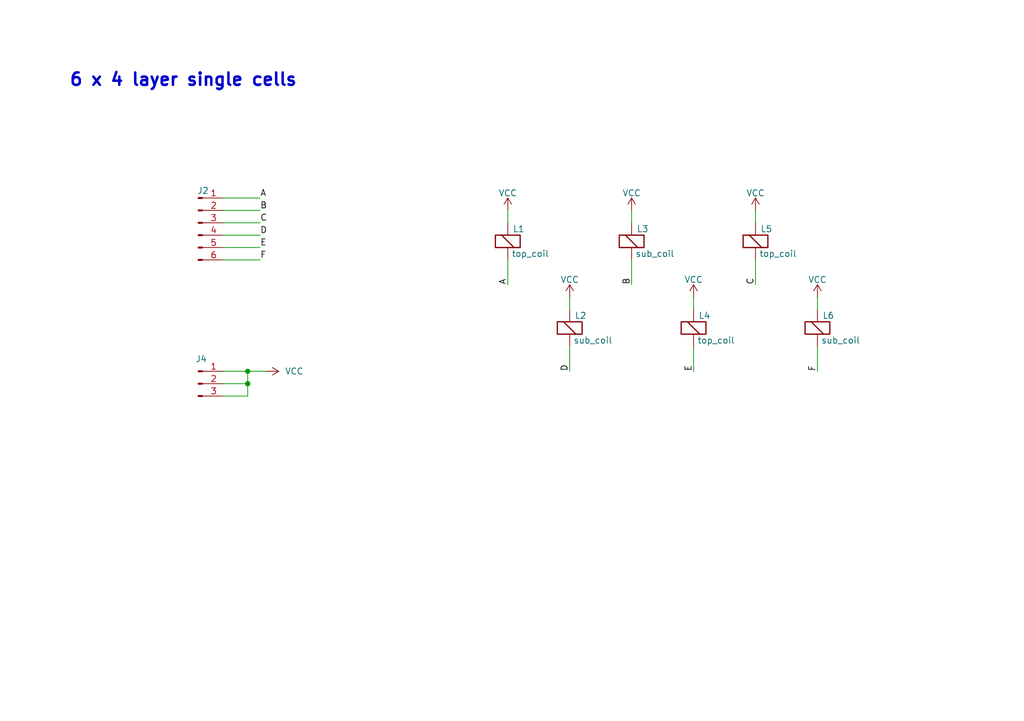
<source format=kicad_sch>
(kicad_sch (version 20231120) (generator "eeschema") (generator_version "8.0")
  (paper "A5")
  (title_block (title "Layered") (date "2024-07-04") (rev "0.1") (comment 1 "Jonas Stirnemann"))
  (lib_symbols
    (symbol "Connector:Conn_01x03_Pin" (pin_names (offset 1.016) hide)
      (property "Reference" "J" (at 0 5.08 0))
      (property "Value" "Conn_01x03_Pin" (at 0 -5.08 0))
      (symbol "Conn_01x03_Pin_1_1"
        (polyline (pts (xy 1.27 -2.54) (xy 0.8636 -2.54)) (stroke (width 0.1524)))
        (polyline (pts (xy 1.27 0) (xy 0.8636 0)) (stroke (width 0.1524)))
        (polyline (pts (xy 1.27 2.54) (xy 0.8636 2.54)) (stroke (width 0.1524)))
        (rectangle (start 0.8636 -2.413) (end 0 -2.667) (stroke (width 0.1524)) (fill (type outline)))
        (rectangle (start 0.8636 0.127) (end 0 -0.127) (stroke (width 0.1524)) (fill (type outline)))
        (rectangle (start 0.8636 2.667) (end 0 2.413) (stroke (width 0.1524)) (fill (type outline)))
        (pin passive line (at 5.08 2.54 180) (length 3.81) (name "Pin_1") (number "1"))
        (pin passive line (at 5.08 0 180) (length 3.81) (name "Pin_2") (number "2"))
        (pin passive line (at 5.08 -2.54 180) (length 3.81) (name "Pin_3") (number "3"))
      )
    )
    (symbol "Connector:Conn_01x06_Pin" (pin_names (offset 1.016) hide)
      (property "Reference" "J" (at 0 7.62 0))
      (property "Value" "Conn_01x06_Pin" (at 0 -10.16 0))
      (symbol "Conn_01x06_Pin_1_1"
        (polyline (pts (xy 1.27 -7.62) (xy 0.8636 -7.62)) (stroke (width 0.1524)))
        (polyline (pts (xy 1.27 -5.08) (xy 0.8636 -5.08)) (stroke (width 0.1524)))
        (polyline (pts (xy 1.27 -2.54) (xy 0.8636 -2.54)) (stroke (width 0.1524)))
        (polyline (pts (xy 1.27 0) (xy 0.8636 0)) (stroke (width 0.1524)))
        (polyline (pts (xy 1.27 2.54) (xy 0.8636 2.54)) (stroke (width 0.1524)))
        (polyline (pts (xy 1.27 5.08) (xy 0.8636 5.08)) (stroke (width 0.1524)))
        (rectangle (start 0.8636 -7.493) (end 0 -7.747) (stroke (width 0.1524)) (fill (type outline)))
        (rectangle (start 0.8636 -4.953) (end 0 -5.207) (stroke (width 0.1524)) (fill (type outline)))
        (rectangle (start 0.8636 -2.413) (end 0 -2.667) (stroke (width 0.1524)) (fill (type outline)))
        (rectangle (start 0.8636 0.127) (end 0 -0.127) (stroke (width 0.1524)) (fill (type outline)))
        (rectangle (start 0.8636 2.667) (end 0 2.413) (stroke (width 0.1524)) (fill (type outline)))
        (rectangle (start 0.8636 5.207) (end 0 4.953) (stroke (width 0.1524)) (fill (type outline)))
        (pin passive line (at 5.08 5.08 180) (length 3.81) (name "Pin_1") (number "1"))
        (pin passive line (at 5.08 2.54 180) (length 3.81) (name "Pin_2") (number "2"))
        (pin passive line (at 5.08 0 180) (length 3.81) (name "Pin_3") (number "3"))
        (pin passive line (at 5.08 -2.54 180) (length 3.81) (name "Pin_4") (number "4"))
        (pin passive line (at 5.08 -5.08 180) (length 3.81) (name "Pin_5") (number "5"))
        (pin passive line (at 5.08 -7.62 180) (length 3.81) (name "Pin_6") (number "6"))
      )
    )
    (symbol "Device:ElectromagneticActor" (pin_numbers hide) (pin_names (offset 0.0254) hide)
      (property "Reference" "L" (at 1.27 3.81 0))
      (property "Value" "ElectromagneticActor" (at 1.27 -1.27 0))
      (symbol "ElectromagneticActor_0_1"
        (rectangle (start -2.54 2.54) (end 2.54 0) (stroke (width 0.254)))
        (polyline (pts (xy -1.27 2.54) (xy 1.27 0)) (stroke (width 0.254)))
      )
      (symbol "ElectromagneticActor_1_1"
        (pin passive line (at 0 5.08 270) (length 2.54) (name "-") (number "1"))
        (pin passive line (at 0 -2.54 90) (length 2.54) (name "+") (number "2"))
      )
    )
    (symbol "power:VCC" (power) (pin_numbers hide) (pin_names (offset 0) hide)
      (property "Value" "VCC" (at 0 3.556 0))
      (symbol "VCC_0_1"
        (polyline (pts (xy -0.762 1.27) (xy 0 2.54)))
        (polyline (pts (xy 0 0) (xy 0 2.54)))
        (polyline (pts (xy 0 2.54) (xy 0.762 1.27)))
      )
      (symbol "VCC_1_1"
        (pin power_in line (at 0 0 90) (length 0) (name "~") (number "1"))
      )
    )
  )
  (junction (at 50.8 78.74))
  (junction (at 50.8 76.2))
  (wire (pts (xy 45.72 81.28) (xy 50.8 81.28)))
  (wire (pts (xy 45.72 53.34) (xy 53.34 53.34)))
  (wire (pts (xy 167.64 71.12) (xy 167.64 76.2)))
  (wire (pts (xy 45.72 48.26) (xy 53.34 48.26)))
  (wire (pts (xy 45.72 45.72) (xy 53.34 45.72)))
  (wire (pts (xy 104.14 53.34) (xy 104.14 58.42)))
  (wire (pts (xy 45.72 50.8) (xy 53.34 50.8)))
  (wire (pts (xy 142.24 60.96) (xy 142.24 63.5)))
  (wire (pts (xy 154.94 43.18) (xy 154.94 45.72)))
  (wire (pts (xy 116.84 71.12) (xy 116.84 76.2)))
  (wire (pts (xy 45.72 78.74) (xy 50.8 78.74)))
  (wire (pts (xy 50.8 78.74) (xy 50.8 76.2)))
  (wire (pts (xy 129.54 53.34) (xy 129.54 58.42)))
  (wire (pts (xy 142.24 71.12) (xy 142.24 76.2)))
  (wire (pts (xy 54.61 76.2) (xy 50.8 76.2)))
  (wire (pts (xy 154.94 53.34) (xy 154.94 58.42)))
  (wire (pts (xy 45.72 40.64) (xy 53.34 40.64)))
  (wire (pts (xy 116.84 60.96) (xy 116.84 63.5)))
  (wire (pts (xy 50.8 81.28) (xy 50.8 78.74)))
  (wire (pts (xy 50.8 76.2) (xy 45.72 76.2)))
  (wire (pts (xy 45.72 43.18) (xy 53.34 43.18)))
  (wire (pts (xy 104.14 43.18) (xy 104.14 45.72)))
  (wire (pts (xy 167.64 60.96) (xy 167.64 63.5)))
  (wire (pts (xy 129.54 43.18) (xy 129.54 45.72)))
  (text "6 x 4 layer single cells" (at 37.592 16.51 0) (effects (font (size 2.54 2.54) (thickness 0.508) (bold yes))))
  (label "C" (at 154.94 58.42 90))
  (label "F" (at 167.64 76.2 90))
  (label "D" (at 116.84 76.2 90))
  (label "C" (at 53.34 45.72 0))
  (label "A" (at 53.34 40.64 0))
  (label "B" (at 53.34 43.18 0))
  (label "D" (at 53.34 48.26 0))
  (label "E" (at 142.24 76.2 90))
  (label "E" (at 53.34 50.8 0))
  (label "B" (at 129.54 58.42 90))
  (label "A" (at 104.14 58.42 90))
  (label "F" (at 53.34 53.34 0))
  (symbol (lib_id "Connector:Conn_01x03_Pin") (at 40.64 78.74 0) (unit 1)
    (property "Reference" "J4" (at 41.275 73.66 0))
    (property "Value" "Conn_01x03_Pin" (effects (hide yes)))
    (property "Footprint" "Connector_PinHeader_2.54mm:PinHeader_1x03_P2.54mm_Vertical" (effects (hide yes)))
    (property "Description" "Generic connector, single row, 01x03, script generated" (effects (hide yes)))
  )
  (symbol (lib_id "Device:ElectromagneticActor") (at 142.24 68.58 0) (unit 1)
    (property "Reference" "L4" (at 143.256 64.77 0) (effects (justify left)))
    (property "Value" "top_coil" (at 143.002 69.85 0) (effects (justify left)))
    (property "Footprint" "sub_coils:top_coil" (effects (hide yes)))
    (property "Description" "Electromagnetic actor" (effects (hide yes)))
  )
  (symbol (lib_id "Connector:Conn_01x06_Pin") (at 40.64 45.72 0) (unit 1)
    (property "Reference" "J2" (at 41.656 39.116 0))
    (property "Value" "Conn_01x06_Pin" (effects (hide yes)))
    (property "Footprint" "Connector_PinHeader_2.54mm:PinHeader_1x06_P2.54mm_Vertical" (effects (hide yes)))
    (property "Description" "Generic connector, single row, 01x06, script generated" (effects (hide yes)))
  )
  (symbol (lib_id "Device:ElectromagneticActor") (at 129.54 50.8 0) (unit 1)
    (property "Reference" "L3" (at 130.556 46.99 0) (effects (justify left)))
    (property "Value" "sub_coil" (at 130.302 52.07 0) (effects (justify left)))
    (property "Footprint" "sub_coils:sub_coil" (effects (hide yes)))
    (property "Description" "Electromagnetic actor" (effects (hide yes)))
  )
  (symbol (lib_id "power:VCC") (at 54.61 76.2 270) (unit 1)
    (property "Reference" "#PWR01" (effects (hide yes)))
    (property "Value" "VCC" (at 58.42 76.1999 90) (effects (justify left)))
    (property "Description" "Power symbol creates a global label with name \"VCC\"" (effects (hide yes)))
  )
  (symbol (lib_id "power:VCC") (at 129.54 43.18 0) (unit 1)
    (property "Reference" "#PWR04" (effects (hide yes)))
    (property "Value" "VCC" (at 129.54 39.624 0))
    (property "Description" "Power symbol creates a global label with name \"VCC\"" (effects (hide yes)))
  )
  (symbol (lib_id "power:VCC") (at 167.64 60.96 0) (unit 1)
    (property "Reference" "#PWR07" (effects (hide yes)))
    (property "Value" "VCC" (at 167.64 57.404 0))
    (property "Description" "Power symbol creates a global label with name \"VCC\"" (effects (hide yes)))
  )
  (symbol (lib_id "Device:ElectromagneticActor") (at 104.14 50.8 0) (unit 1)
    (property "Reference" "L1" (at 105.156 46.99 0) (effects (justify left)))
    (property "Value" "top_coil" (at 104.902 52.07 0) (effects (justify left)))
    (property "Footprint" "sub_coils:top_coil" (effects (hide yes)))
    (property "Description" "Electromagnetic actor" (effects (hide yes)))
  )
  (symbol (lib_id "Device:ElectromagneticActor") (at 167.64 68.58 0) (unit 1)
    (property "Reference" "L6" (at 168.656 64.77 0) (effects (justify left)))
    (property "Value" "sub_coil" (at 168.402 69.85 0) (effects (justify left)))
    (property "Footprint" "sub_coils:sub_coil" (effects (hide yes)))
    (property "Description" "Electromagnetic actor" (effects (hide yes)))
  )
  (symbol (lib_id "Device:ElectromagneticActor") (at 116.84 68.58 0) (unit 1)
    (property "Reference" "L2" (at 117.856 64.77 0) (effects (justify left)))
    (property "Value" "sub_coil" (at 117.602 69.85 0) (effects (justify left)))
    (property "Footprint" "sub_coils:sub_coil" (effects (hide yes)))
    (property "Description" "Electromagnetic actor" (effects (hide yes)))
  )
  (symbol (lib_id "Device:ElectromagneticActor") (at 154.94 50.8 0) (unit 1)
    (property "Reference" "L5" (at 155.956 46.99 0) (effects (justify left)))
    (property "Value" "top_coil" (at 155.702 52.07 0) (effects (justify left)))
    (property "Footprint" "sub_coils:top_coil" (effects (hide yes)))
    (property "Description" "Electromagnetic actor" (effects (hide yes)))
  )
  (symbol (lib_id "power:VCC") (at 116.84 60.96 0) (unit 1)
    (property "Reference" "#PWR03" (effects (hide yes)))
    (property "Value" "VCC" (at 116.84 57.404 0))
    (property "Description" "Power symbol creates a global label with name \"VCC\"" (effects (hide yes)))
  )
  (symbol (lib_id "power:VCC") (at 142.24 60.96 0) (unit 1)
    (property "Reference" "#PWR05" (effects (hide yes)))
    (property "Value" "VCC" (at 142.24 57.404 0))
    (property "Description" "Power symbol creates a global label with name \"VCC\"" (effects (hide yes)))
  )
  (symbol (lib_id "power:VCC") (at 154.94 43.18 0) (unit 1)
    (property "Reference" "#PWR06" (effects (hide yes)))
    (property "Value" "VCC" (at 154.94 39.624 0))
    (property "Description" "Power symbol creates a global label with name \"VCC\"" (effects (hide yes)))
  )
  (symbol (lib_id "power:VCC") (at 104.14 43.18 0) (unit 1)
    (property "Reference" "#PWR02" (effects (hide yes)))
    (property "Value" "VCC" (at 104.14 39.624 0))
    (property "Description" "Power symbol creates a global label with name \"VCC\"" (effects (hide yes)))
  )
)
</source>
